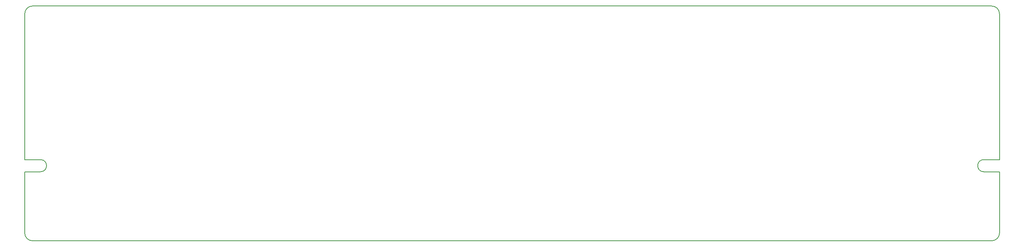
<source format=gm1>
G04 #@! TF.FileFunction,Profile,NP*
%FSLAX46Y46*%
G04 Gerber Fmt 4.6, Leading zero omitted, Abs format (unit mm)*
G04 Created by KiCad (PCBNEW 4.0.4-stable) date 11/06/16 20:17:09*
%MOMM*%
%LPD*%
G01*
G04 APERTURE LIST*
%ADD10C,0.100000*%
%ADD11C,0.150000*%
G04 APERTURE END LIST*
D10*
D11*
X-111750000Y-25000000D02*
X-111750000Y-10925000D01*
X-108142670Y-10924981D02*
G75*
G03X-108150000Y-8125000I-7330J1399981D01*
G01*
X-111750000Y-10925000D02*
X-108150000Y-10925000D01*
X-111750000Y-8125000D02*
X-108150000Y-8125000D01*
X111750000Y-25000000D02*
X111750000Y-10925000D01*
X111750000Y-8125000D02*
X108150000Y-8125000D01*
X111750000Y-10925000D02*
X108150000Y-10925000D01*
X108142670Y-8125019D02*
G75*
G03X108150000Y-10925000I7330J-1399981D01*
G01*
X-87000000Y27200000D02*
X109950000Y27200000D01*
X-111750000Y-8125000D02*
X-111750000Y25400000D01*
X110000000Y-26800000D02*
X-109950000Y-26800000D01*
X-101500000Y27200000D02*
X-87000000Y27200000D01*
X111750000Y-8125000D02*
X111750000Y25400000D01*
X111750000Y25400000D02*
G75*
G03X109950000Y27200000I-1800000J0D01*
G01*
X109999980Y-26799306D02*
G75*
G03X111750000Y-25000000I-49980J1799306D01*
G01*
X-111750000Y-25000000D02*
G75*
G03X-109950000Y-26800000I1800000J0D01*
G01*
X-109950000Y27200000D02*
G75*
G03X-111750000Y25400000I0J-1800000D01*
G01*
X-109950000Y27200000D02*
X-101500000Y27200000D01*
M02*

</source>
